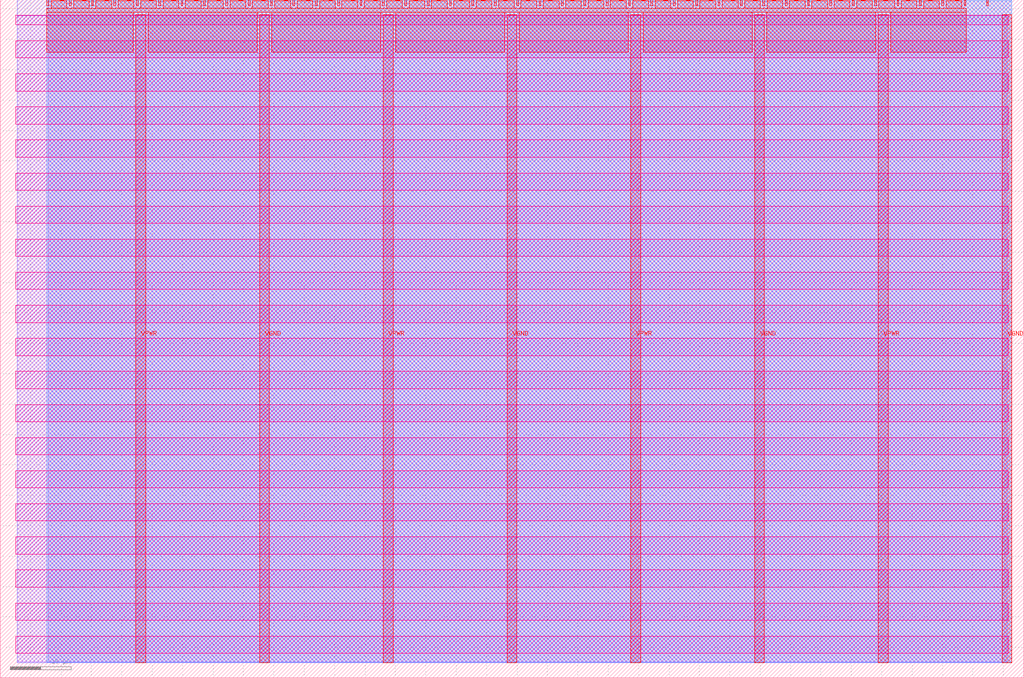
<source format=lef>
VERSION 5.7 ;
  NOWIREEXTENSIONATPIN ON ;
  DIVIDERCHAR "/" ;
  BUSBITCHARS "[]" ;
MACRO tt_um_wokwi_375326293008530433
  CLASS BLOCK ;
  FOREIGN tt_um_wokwi_375326293008530433 ;
  ORIGIN 0.000 0.000 ;
  SIZE 168.360 BY 111.520 ;
  PIN VGND
    DIRECTION INOUT ;
    USE GROUND ;
    PORT
      LAYER met4 ;
        RECT 42.670 2.480 44.270 109.040 ;
    END
    PORT
      LAYER met4 ;
        RECT 83.380 2.480 84.980 109.040 ;
    END
    PORT
      LAYER met4 ;
        RECT 124.090 2.480 125.690 109.040 ;
    END
    PORT
      LAYER met4 ;
        RECT 164.800 2.480 166.400 109.040 ;
    END
  END VGND
  PIN VPWR
    DIRECTION INOUT ;
    USE POWER ;
    PORT
      LAYER met4 ;
        RECT 22.315 2.480 23.915 109.040 ;
    END
    PORT
      LAYER met4 ;
        RECT 63.025 2.480 64.625 109.040 ;
    END
    PORT
      LAYER met4 ;
        RECT 103.735 2.480 105.335 109.040 ;
    END
    PORT
      LAYER met4 ;
        RECT 144.445 2.480 146.045 109.040 ;
    END
  END VPWR
  PIN clk
    DIRECTION INPUT ;
    USE SIGNAL ;
    ANTENNAGATEAREA 0.852000 ;
    PORT
      LAYER met4 ;
        RECT 158.550 110.520 158.850 111.520 ;
    END
  END clk
  PIN ena
    DIRECTION INPUT ;
    USE SIGNAL ;
    PORT
      LAYER met4 ;
        RECT 162.230 110.520 162.530 111.520 ;
    END
  END ena
  PIN rst_n
    DIRECTION INPUT ;
    USE SIGNAL ;
    PORT
      LAYER met4 ;
        RECT 154.870 110.520 155.170 111.520 ;
    END
  END rst_n
  PIN ui_in[0]
    DIRECTION INPUT ;
    USE SIGNAL ;
    ANTENNAGATEAREA 0.196500 ;
    PORT
      LAYER met4 ;
        RECT 151.190 110.520 151.490 111.520 ;
    END
  END ui_in[0]
  PIN ui_in[1]
    DIRECTION INPUT ;
    USE SIGNAL ;
    ANTENNAGATEAREA 0.196500 ;
    PORT
      LAYER met4 ;
        RECT 147.510 110.520 147.810 111.520 ;
    END
  END ui_in[1]
  PIN ui_in[2]
    DIRECTION INPUT ;
    USE SIGNAL ;
    ANTENNAGATEAREA 0.196500 ;
    PORT
      LAYER met4 ;
        RECT 143.830 110.520 144.130 111.520 ;
    END
  END ui_in[2]
  PIN ui_in[3]
    DIRECTION INPUT ;
    USE SIGNAL ;
    ANTENNAGATEAREA 0.196500 ;
    PORT
      LAYER met4 ;
        RECT 140.150 110.520 140.450 111.520 ;
    END
  END ui_in[3]
  PIN ui_in[4]
    DIRECTION INPUT ;
    USE SIGNAL ;
    ANTENNAGATEAREA 0.196500 ;
    PORT
      LAYER met4 ;
        RECT 136.470 110.520 136.770 111.520 ;
    END
  END ui_in[4]
  PIN ui_in[5]
    DIRECTION INPUT ;
    USE SIGNAL ;
    ANTENNAGATEAREA 0.213000 ;
    PORT
      LAYER met4 ;
        RECT 132.790 110.520 133.090 111.520 ;
    END
  END ui_in[5]
  PIN ui_in[6]
    DIRECTION INPUT ;
    USE SIGNAL ;
    ANTENNAGATEAREA 0.196500 ;
    PORT
      LAYER met4 ;
        RECT 129.110 110.520 129.410 111.520 ;
    END
  END ui_in[6]
  PIN ui_in[7]
    DIRECTION INPUT ;
    USE SIGNAL ;
    PORT
      LAYER met4 ;
        RECT 125.430 110.520 125.730 111.520 ;
    END
  END ui_in[7]
  PIN uio_in[0]
    DIRECTION INPUT ;
    USE SIGNAL ;
    PORT
      LAYER met4 ;
        RECT 121.750 110.520 122.050 111.520 ;
    END
  END uio_in[0]
  PIN uio_in[1]
    DIRECTION INPUT ;
    USE SIGNAL ;
    PORT
      LAYER met4 ;
        RECT 118.070 110.520 118.370 111.520 ;
    END
  END uio_in[1]
  PIN uio_in[2]
    DIRECTION INPUT ;
    USE SIGNAL ;
    PORT
      LAYER met4 ;
        RECT 114.390 110.520 114.690 111.520 ;
    END
  END uio_in[2]
  PIN uio_in[3]
    DIRECTION INPUT ;
    USE SIGNAL ;
    PORT
      LAYER met4 ;
        RECT 110.710 110.520 111.010 111.520 ;
    END
  END uio_in[3]
  PIN uio_in[4]
    DIRECTION INPUT ;
    USE SIGNAL ;
    PORT
      LAYER met4 ;
        RECT 107.030 110.520 107.330 111.520 ;
    END
  END uio_in[4]
  PIN uio_in[5]
    DIRECTION INPUT ;
    USE SIGNAL ;
    PORT
      LAYER met4 ;
        RECT 103.350 110.520 103.650 111.520 ;
    END
  END uio_in[5]
  PIN uio_in[6]
    DIRECTION INPUT ;
    USE SIGNAL ;
    PORT
      LAYER met4 ;
        RECT 99.670 110.520 99.970 111.520 ;
    END
  END uio_in[6]
  PIN uio_in[7]
    DIRECTION INPUT ;
    USE SIGNAL ;
    PORT
      LAYER met4 ;
        RECT 95.990 110.520 96.290 111.520 ;
    END
  END uio_in[7]
  PIN uio_oe[0]
    DIRECTION OUTPUT TRISTATE ;
    USE SIGNAL ;
    PORT
      LAYER met4 ;
        RECT 33.430 110.520 33.730 111.520 ;
    END
  END uio_oe[0]
  PIN uio_oe[1]
    DIRECTION OUTPUT TRISTATE ;
    USE SIGNAL ;
    PORT
      LAYER met4 ;
        RECT 29.750 110.520 30.050 111.520 ;
    END
  END uio_oe[1]
  PIN uio_oe[2]
    DIRECTION OUTPUT TRISTATE ;
    USE SIGNAL ;
    PORT
      LAYER met4 ;
        RECT 26.070 110.520 26.370 111.520 ;
    END
  END uio_oe[2]
  PIN uio_oe[3]
    DIRECTION OUTPUT TRISTATE ;
    USE SIGNAL ;
    PORT
      LAYER met4 ;
        RECT 22.390 110.520 22.690 111.520 ;
    END
  END uio_oe[3]
  PIN uio_oe[4]
    DIRECTION OUTPUT TRISTATE ;
    USE SIGNAL ;
    PORT
      LAYER met4 ;
        RECT 18.710 110.520 19.010 111.520 ;
    END
  END uio_oe[4]
  PIN uio_oe[5]
    DIRECTION OUTPUT TRISTATE ;
    USE SIGNAL ;
    PORT
      LAYER met4 ;
        RECT 15.030 110.520 15.330 111.520 ;
    END
  END uio_oe[5]
  PIN uio_oe[6]
    DIRECTION OUTPUT TRISTATE ;
    USE SIGNAL ;
    PORT
      LAYER met4 ;
        RECT 11.350 110.520 11.650 111.520 ;
    END
  END uio_oe[6]
  PIN uio_oe[7]
    DIRECTION OUTPUT TRISTATE ;
    USE SIGNAL ;
    PORT
      LAYER met4 ;
        RECT 7.670 110.520 7.970 111.520 ;
    END
  END uio_oe[7]
  PIN uio_out[0]
    DIRECTION OUTPUT TRISTATE ;
    USE SIGNAL ;
    PORT
      LAYER met4 ;
        RECT 62.870 110.520 63.170 111.520 ;
    END
  END uio_out[0]
  PIN uio_out[1]
    DIRECTION OUTPUT TRISTATE ;
    USE SIGNAL ;
    PORT
      LAYER met4 ;
        RECT 59.190 110.520 59.490 111.520 ;
    END
  END uio_out[1]
  PIN uio_out[2]
    DIRECTION OUTPUT TRISTATE ;
    USE SIGNAL ;
    PORT
      LAYER met4 ;
        RECT 55.510 110.520 55.810 111.520 ;
    END
  END uio_out[2]
  PIN uio_out[3]
    DIRECTION OUTPUT TRISTATE ;
    USE SIGNAL ;
    PORT
      LAYER met4 ;
        RECT 51.830 110.520 52.130 111.520 ;
    END
  END uio_out[3]
  PIN uio_out[4]
    DIRECTION OUTPUT TRISTATE ;
    USE SIGNAL ;
    PORT
      LAYER met4 ;
        RECT 48.150 110.520 48.450 111.520 ;
    END
  END uio_out[4]
  PIN uio_out[5]
    DIRECTION OUTPUT TRISTATE ;
    USE SIGNAL ;
    PORT
      LAYER met4 ;
        RECT 44.470 110.520 44.770 111.520 ;
    END
  END uio_out[5]
  PIN uio_out[6]
    DIRECTION OUTPUT TRISTATE ;
    USE SIGNAL ;
    PORT
      LAYER met4 ;
        RECT 40.790 110.520 41.090 111.520 ;
    END
  END uio_out[6]
  PIN uio_out[7]
    DIRECTION OUTPUT TRISTATE ;
    USE SIGNAL ;
    PORT
      LAYER met4 ;
        RECT 37.110 110.520 37.410 111.520 ;
    END
  END uio_out[7]
  PIN uo_out[0]
    DIRECTION OUTPUT TRISTATE ;
    USE SIGNAL ;
    ANTENNADIFFAREA 0.795200 ;
    PORT
      LAYER met4 ;
        RECT 92.310 110.520 92.610 111.520 ;
    END
  END uo_out[0]
  PIN uo_out[1]
    DIRECTION OUTPUT TRISTATE ;
    USE SIGNAL ;
    ANTENNADIFFAREA 0.445500 ;
    PORT
      LAYER met4 ;
        RECT 88.630 110.520 88.930 111.520 ;
    END
  END uo_out[1]
  PIN uo_out[2]
    DIRECTION OUTPUT TRISTATE ;
    USE SIGNAL ;
    ANTENNADIFFAREA 0.445500 ;
    PORT
      LAYER met4 ;
        RECT 84.950 110.520 85.250 111.520 ;
    END
  END uo_out[2]
  PIN uo_out[3]
    DIRECTION OUTPUT TRISTATE ;
    USE SIGNAL ;
    ANTENNADIFFAREA 0.445500 ;
    PORT
      LAYER met4 ;
        RECT 81.270 110.520 81.570 111.520 ;
    END
  END uo_out[3]
  PIN uo_out[4]
    DIRECTION OUTPUT TRISTATE ;
    USE SIGNAL ;
    ANTENNADIFFAREA 0.445500 ;
    PORT
      LAYER met4 ;
        RECT 77.590 110.520 77.890 111.520 ;
    END
  END uo_out[4]
  PIN uo_out[5]
    DIRECTION OUTPUT TRISTATE ;
    USE SIGNAL ;
    ANTENNADIFFAREA 0.445500 ;
    PORT
      LAYER met4 ;
        RECT 73.910 110.520 74.210 111.520 ;
    END
  END uo_out[5]
  PIN uo_out[6]
    DIRECTION OUTPUT TRISTATE ;
    USE SIGNAL ;
    ANTENNADIFFAREA 0.445500 ;
    PORT
      LAYER met4 ;
        RECT 70.230 110.520 70.530 111.520 ;
    END
  END uo_out[6]
  PIN uo_out[7]
    DIRECTION OUTPUT TRISTATE ;
    USE SIGNAL ;
    ANTENNADIFFAREA 0.445500 ;
    PORT
      LAYER met4 ;
        RECT 66.550 110.520 66.850 111.520 ;
    END
  END uo_out[7]
  OBS
      LAYER nwell ;
        RECT 2.570 107.385 165.790 108.990 ;
        RECT 2.570 101.945 165.790 104.775 ;
        RECT 2.570 96.505 165.790 99.335 ;
        RECT 2.570 91.065 165.790 93.895 ;
        RECT 2.570 85.625 165.790 88.455 ;
        RECT 2.570 80.185 165.790 83.015 ;
        RECT 2.570 74.745 165.790 77.575 ;
        RECT 2.570 69.305 165.790 72.135 ;
        RECT 2.570 63.865 165.790 66.695 ;
        RECT 2.570 58.425 165.790 61.255 ;
        RECT 2.570 52.985 165.790 55.815 ;
        RECT 2.570 47.545 165.790 50.375 ;
        RECT 2.570 42.105 165.790 44.935 ;
        RECT 2.570 36.665 165.790 39.495 ;
        RECT 2.570 31.225 165.790 34.055 ;
        RECT 2.570 25.785 165.790 28.615 ;
        RECT 2.570 20.345 165.790 23.175 ;
        RECT 2.570 14.905 165.790 17.735 ;
        RECT 2.570 9.465 165.790 12.295 ;
        RECT 2.570 4.025 165.790 6.855 ;
      LAYER li1 ;
        RECT 2.760 2.635 165.600 108.885 ;
      LAYER met1 ;
        RECT 2.760 2.480 166.400 111.480 ;
      LAYER met2 ;
        RECT 7.910 2.535 166.370 111.510 ;
      LAYER met3 ;
        RECT 7.630 2.555 166.390 111.345 ;
      LAYER met4 ;
        RECT 8.370 110.120 10.950 111.345 ;
        RECT 12.050 110.120 14.630 111.345 ;
        RECT 15.730 110.120 18.310 111.345 ;
        RECT 19.410 110.120 21.990 111.345 ;
        RECT 23.090 110.120 25.670 111.345 ;
        RECT 26.770 110.120 29.350 111.345 ;
        RECT 30.450 110.120 33.030 111.345 ;
        RECT 34.130 110.120 36.710 111.345 ;
        RECT 37.810 110.120 40.390 111.345 ;
        RECT 41.490 110.120 44.070 111.345 ;
        RECT 45.170 110.120 47.750 111.345 ;
        RECT 48.850 110.120 51.430 111.345 ;
        RECT 52.530 110.120 55.110 111.345 ;
        RECT 56.210 110.120 58.790 111.345 ;
        RECT 59.890 110.120 62.470 111.345 ;
        RECT 63.570 110.120 66.150 111.345 ;
        RECT 67.250 110.120 69.830 111.345 ;
        RECT 70.930 110.120 73.510 111.345 ;
        RECT 74.610 110.120 77.190 111.345 ;
        RECT 78.290 110.120 80.870 111.345 ;
        RECT 81.970 110.120 84.550 111.345 ;
        RECT 85.650 110.120 88.230 111.345 ;
        RECT 89.330 110.120 91.910 111.345 ;
        RECT 93.010 110.120 95.590 111.345 ;
        RECT 96.690 110.120 99.270 111.345 ;
        RECT 100.370 110.120 102.950 111.345 ;
        RECT 104.050 110.120 106.630 111.345 ;
        RECT 107.730 110.120 110.310 111.345 ;
        RECT 111.410 110.120 113.990 111.345 ;
        RECT 115.090 110.120 117.670 111.345 ;
        RECT 118.770 110.120 121.350 111.345 ;
        RECT 122.450 110.120 125.030 111.345 ;
        RECT 126.130 110.120 128.710 111.345 ;
        RECT 129.810 110.120 132.390 111.345 ;
        RECT 133.490 110.120 136.070 111.345 ;
        RECT 137.170 110.120 139.750 111.345 ;
        RECT 140.850 110.120 143.430 111.345 ;
        RECT 144.530 110.120 147.110 111.345 ;
        RECT 148.210 110.120 150.790 111.345 ;
        RECT 151.890 110.120 154.470 111.345 ;
        RECT 155.570 110.120 158.150 111.345 ;
        RECT 7.655 109.440 158.865 110.120 ;
        RECT 7.655 102.855 21.915 109.440 ;
        RECT 24.315 102.855 42.270 109.440 ;
        RECT 44.670 102.855 62.625 109.440 ;
        RECT 65.025 102.855 82.980 109.440 ;
        RECT 85.380 102.855 103.335 109.440 ;
        RECT 105.735 102.855 123.690 109.440 ;
        RECT 126.090 102.855 144.045 109.440 ;
        RECT 146.445 102.855 158.865 109.440 ;
  END
END tt_um_wokwi_375326293008530433
END LIBRARY


</source>
